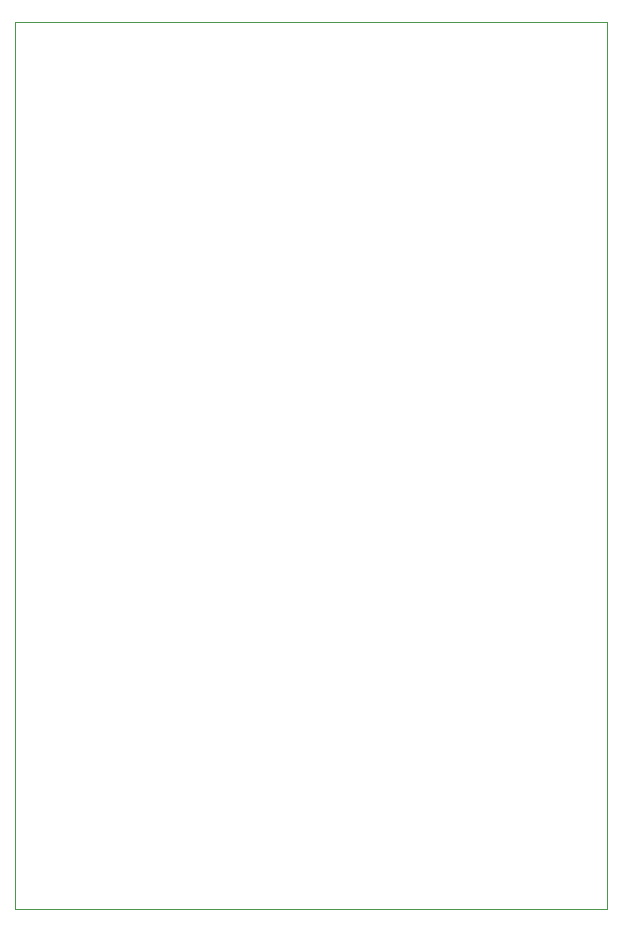
<source format=gko>
G04 Layer_Color=16720538*
%FSLAX24Y24*%
%MOIN*%
G70*
G01*
G75*
%ADD45C,0.0039*%
D45*
X29547Y39370D02*
G03*
X29528Y39390I-20J0D01*
G01*
X29547Y39370D02*
G03*
X29528Y39390I-20J0D01*
G01*
Y9823D02*
G03*
X29547Y9843I0J20D01*
G01*
X29528Y9823D02*
G03*
X29547Y9843I0J20D01*
G01*
X9843Y39390D02*
G03*
X9823Y39370I0J-20D01*
G01*
X9843Y39390D02*
G03*
X9823Y39370I0J-20D01*
G01*
Y9843D02*
G03*
X9843Y9823I20J0D01*
G01*
X9823Y9843D02*
G03*
X9843Y9823I20J0D01*
G01*
X29547Y9843D02*
Y39370D01*
X9843Y9823D02*
X29528D01*
X9843Y39390D02*
X29528D01*
X9823Y25197D02*
Y39370D01*
Y23228D02*
Y25197D01*
Y9843D02*
Y23228D01*
M02*

</source>
